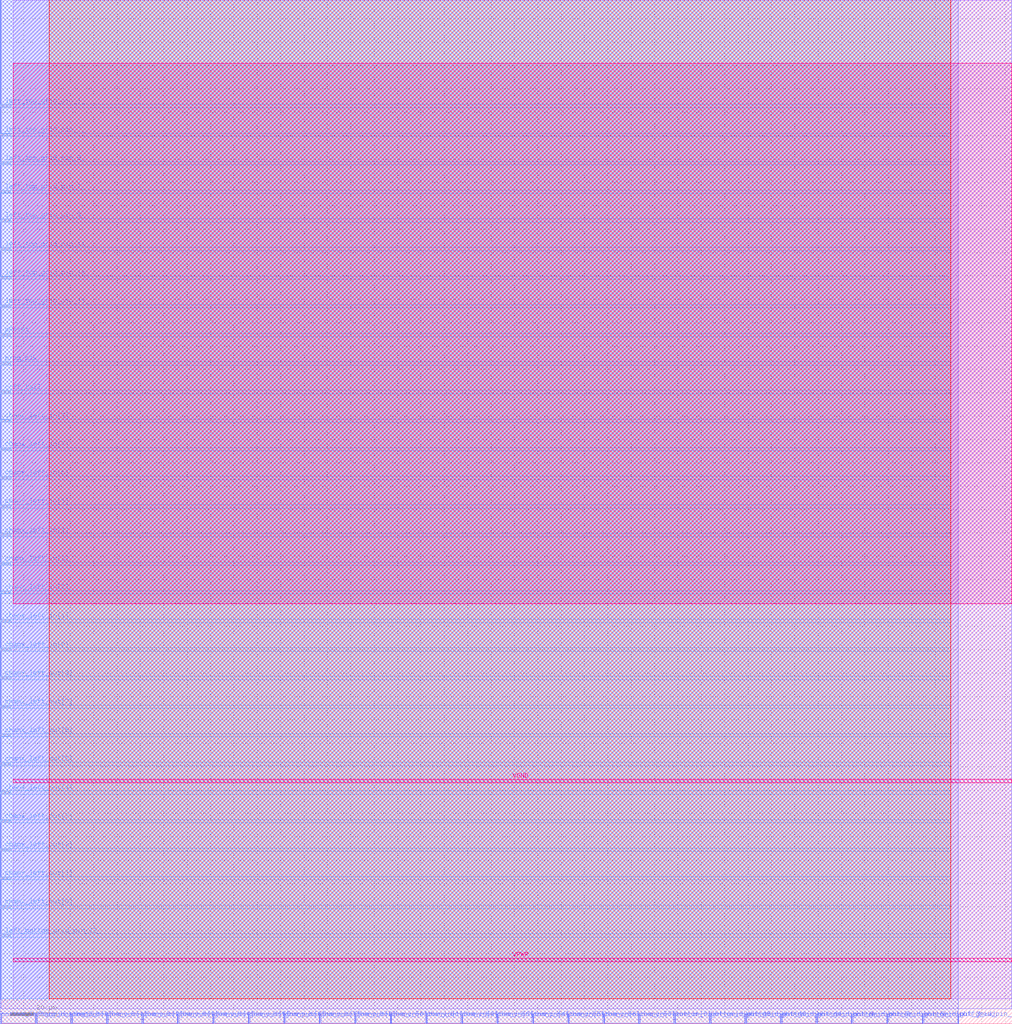
<source format=lef>
VERSION 5.7 ;
  NAMESCASESENSITIVE ON ;
  NOWIREEXTENSIONATPIN ON ;
  DIVIDERCHAR "/" ;
  BUSBITCHARS "[]" ;
UNITS
  DATABASE MICRONS 200 ;
END UNITS

MACRO sb_3__3_
  CLASS BLOCK ;
  FOREIGN sb_3__3_ ;
  ORIGIN 0.000 0.000 ;
  SIZE 433.050 BY 438.160 ;
  PIN left_bottom_grid_pin_12_
    DIRECTION INPUT ;
    PORT
      LAYER met3 ;
        RECT 0.000 37.440 4.000 38.040 ;
    END
  END left_bottom_grid_pin_12_
  PIN chanx_left_out[0]
    DIRECTION OUTPUT TRISTATE ;
    PORT
      LAYER met3 ;
        RECT 0.000 49.680 4.000 50.280 ;
    END
  END chanx_left_out[0]
  PIN chanx_left_out[1]
    DIRECTION OUTPUT TRISTATE ;
    PORT
      LAYER met3 ;
        RECT 0.000 61.920 4.000 62.520 ;
    END
  END chanx_left_out[1]
  PIN chanx_left_out[2]
    DIRECTION OUTPUT TRISTATE ;
    PORT
      LAYER met3 ;
        RECT 0.000 74.160 4.000 74.760 ;
    END
  END chanx_left_out[2]
  PIN chanx_left_out[3]
    DIRECTION OUTPUT TRISTATE ;
    PORT
      LAYER met3 ;
        RECT 0.000 86.400 4.000 87.000 ;
    END
  END chanx_left_out[3]
  PIN chanx_left_out[4]
    DIRECTION OUTPUT TRISTATE ;
    PORT
      LAYER met3 ;
        RECT 0.000 98.640 4.000 99.240 ;
    END
  END chanx_left_out[4]
  PIN chanx_left_out[5]
    DIRECTION OUTPUT TRISTATE ;
    PORT
      LAYER met3 ;
        RECT 0.000 110.880 4.000 111.480 ;
    END
  END chanx_left_out[5]
  PIN chanx_left_out[6]
    DIRECTION OUTPUT TRISTATE ;
    PORT
      LAYER met3 ;
        RECT 0.000 123.120 4.000 123.720 ;
    END
  END chanx_left_out[6]
  PIN chanx_left_out[7]
    DIRECTION OUTPUT TRISTATE ;
    PORT
      LAYER met3 ;
        RECT 0.000 135.360 4.000 135.960 ;
    END
  END chanx_left_out[7]
  PIN chanx_left_out[8]
    DIRECTION OUTPUT TRISTATE ;
    PORT
      LAYER met3 ;
        RECT 0.000 147.600 4.000 148.200 ;
    END
  END chanx_left_out[8]
  PIN chanx_left_in[0]
    DIRECTION INPUT ;
    PORT
      LAYER met3 ;
        RECT 0.000 159.840 4.000 160.440 ;
    END
  END chanx_left_in[0]
  PIN chanx_left_in[1]
    DIRECTION INPUT ;
    PORT
      LAYER met3 ;
        RECT 0.000 172.080 4.000 172.680 ;
    END
  END chanx_left_in[1]
  PIN chanx_left_in[2]
    DIRECTION INPUT ;
    PORT
      LAYER met3 ;
        RECT 0.000 184.320 4.000 184.920 ;
    END
  END chanx_left_in[2]
  PIN chanx_left_in[3]
    DIRECTION INPUT ;
    PORT
      LAYER met3 ;
        RECT 0.000 196.560 4.000 197.160 ;
    END
  END chanx_left_in[3]
  PIN chanx_left_in[4]
    DIRECTION INPUT ;
    PORT
      LAYER met3 ;
        RECT 0.000 208.800 4.000 209.400 ;
    END
  END chanx_left_in[4]
  PIN chanx_left_in[5]
    DIRECTION INPUT ;
    PORT
      LAYER met3 ;
        RECT 0.000 221.040 4.000 221.640 ;
    END
  END chanx_left_in[5]
  PIN chanx_left_in[6]
    DIRECTION INPUT ;
    PORT
      LAYER met3 ;
        RECT 0.000 233.280 4.000 233.880 ;
    END
  END chanx_left_in[6]
  PIN chanx_left_in[7]
    DIRECTION INPUT ;
    PORT
      LAYER met3 ;
        RECT 0.000 245.520 4.000 246.120 ;
    END
  END chanx_left_in[7]
  PIN chanx_left_in[8]
    DIRECTION INPUT ;
    PORT
      LAYER met3 ;
        RECT 0.000 257.760 4.000 258.360 ;
    END
  END chanx_left_in[8]
  PIN ccff_tail
    DIRECTION OUTPUT TRISTATE ;
    PORT
      LAYER met3 ;
        RECT 0.000 270.000 4.000 270.600 ;
    END
  END ccff_tail
  PIN prog_clk
    DIRECTION INPUT ;
    PORT
      LAYER met3 ;
        RECT 0.000 282.240 4.000 282.840 ;
    END
  END prog_clk
  PIN pReset
    DIRECTION INPUT ;
    PORT
      LAYER met3 ;
        RECT 0.000 294.480 4.000 295.080 ;
    END
  END pReset
  PIN left_top_grid_pin_15_
    DIRECTION INPUT ;
    PORT
      LAYER met3 ;
        RECT 0.000 306.720 4.000 307.320 ;
    END
  END left_top_grid_pin_15_
  PIN left_top_grid_pin_13_
    DIRECTION INPUT ;
    PORT
      LAYER met3 ;
        RECT 0.000 318.960 4.000 319.560 ;
    END
  END left_top_grid_pin_13_
  PIN left_top_grid_pin_11_
    DIRECTION INPUT ;
    PORT
      LAYER met3 ;
        RECT 0.000 331.200 4.000 331.800 ;
    END
  END left_top_grid_pin_11_
  PIN left_top_grid_pin_9_
    DIRECTION INPUT ;
    PORT
      LAYER met3 ;
        RECT 0.000 343.440 4.000 344.040 ;
    END
  END left_top_grid_pin_9_
  PIN left_top_grid_pin_7_
    DIRECTION INPUT ;
    PORT
      LAYER met3 ;
        RECT 0.000 355.680 4.000 356.280 ;
    END
  END left_top_grid_pin_7_
  PIN left_top_grid_pin_5_
    DIRECTION INPUT ;
    PORT
      LAYER met3 ;
        RECT 0.000 367.920 4.000 368.520 ;
    END
  END left_top_grid_pin_5_
  PIN left_top_grid_pin_3_
    DIRECTION INPUT ;
    PORT
      LAYER met3 ;
        RECT 0.000 380.160 4.000 380.760 ;
    END
  END left_top_grid_pin_3_
  PIN left_top_grid_pin_1_
    DIRECTION INPUT ;
    PORT
      LAYER met3 ;
        RECT 0.000 392.400 4.000 393.000 ;
    END
  END left_top_grid_pin_1_
  PIN bottom_left_grid_pin_13_
    DIRECTION INPUT ;
    PORT
      LAYER met2 ;
        RECT 0.090 0.000 0.370 4.000 ;
    END
  END bottom_left_grid_pin_13_
  PIN chany_bottom_out[0]
    DIRECTION OUTPUT TRISTATE ;
    PORT
      LAYER met2 ;
        RECT 15.270 0.000 15.550 4.000 ;
    END
  END chany_bottom_out[0]
  PIN chany_bottom_out[1]
    DIRECTION OUTPUT TRISTATE ;
    PORT
      LAYER met2 ;
        RECT 30.450 0.000 30.730 4.000 ;
    END
  END chany_bottom_out[1]
  PIN chany_bottom_out[2]
    DIRECTION OUTPUT TRISTATE ;
    PORT
      LAYER met2 ;
        RECT 45.630 0.000 45.910 4.000 ;
    END
  END chany_bottom_out[2]
  PIN chany_bottom_out[3]
    DIRECTION OUTPUT TRISTATE ;
    PORT
      LAYER met2 ;
        RECT 60.810 0.000 61.090 4.000 ;
    END
  END chany_bottom_out[3]
  PIN chany_bottom_out[4]
    DIRECTION OUTPUT TRISTATE ;
    PORT
      LAYER met2 ;
        RECT 75.990 0.000 76.270 4.000 ;
    END
  END chany_bottom_out[4]
  PIN chany_bottom_out[5]
    DIRECTION OUTPUT TRISTATE ;
    PORT
      LAYER met2 ;
        RECT 91.170 0.000 91.450 4.000 ;
    END
  END chany_bottom_out[5]
  PIN chany_bottom_out[6]
    DIRECTION OUTPUT TRISTATE ;
    PORT
      LAYER met2 ;
        RECT 106.350 0.000 106.630 4.000 ;
    END
  END chany_bottom_out[6]
  PIN chany_bottom_out[7]
    DIRECTION OUTPUT TRISTATE ;
    PORT
      LAYER met2 ;
        RECT 121.530 0.000 121.810 4.000 ;
    END
  END chany_bottom_out[7]
  PIN chany_bottom_out[8]
    DIRECTION OUTPUT TRISTATE ;
    PORT
      LAYER met2 ;
        RECT 136.710 0.000 136.990 4.000 ;
    END
  END chany_bottom_out[8]
  PIN chany_bottom_in[0]
    DIRECTION INPUT ;
    PORT
      LAYER met2 ;
        RECT 151.890 0.000 152.170 4.000 ;
    END
  END chany_bottom_in[0]
  PIN chany_bottom_in[1]
    DIRECTION INPUT ;
    PORT
      LAYER met2 ;
        RECT 167.070 0.000 167.350 4.000 ;
    END
  END chany_bottom_in[1]
  PIN chany_bottom_in[2]
    DIRECTION INPUT ;
    PORT
      LAYER met2 ;
        RECT 182.250 0.000 182.530 4.000 ;
    END
  END chany_bottom_in[2]
  PIN chany_bottom_in[3]
    DIRECTION INPUT ;
    PORT
      LAYER met2 ;
        RECT 197.430 0.000 197.710 4.000 ;
    END
  END chany_bottom_in[3]
  PIN chany_bottom_in[4]
    DIRECTION INPUT ;
    PORT
      LAYER met2 ;
        RECT 212.610 0.000 212.890 4.000 ;
    END
  END chany_bottom_in[4]
  PIN chany_bottom_in[5]
    DIRECTION INPUT ;
    PORT
      LAYER met2 ;
        RECT 227.790 0.000 228.070 4.000 ;
    END
  END chany_bottom_in[5]
  PIN chany_bottom_in[6]
    DIRECTION INPUT ;
    PORT
      LAYER met2 ;
        RECT 242.970 0.000 243.250 4.000 ;
    END
  END chany_bottom_in[6]
  PIN chany_bottom_in[7]
    DIRECTION INPUT ;
    PORT
      LAYER met2 ;
        RECT 258.150 0.000 258.430 4.000 ;
    END
  END chany_bottom_in[7]
  PIN chany_bottom_in[8]
    DIRECTION INPUT ;
    PORT
      LAYER met2 ;
        RECT 273.330 0.000 273.610 4.000 ;
    END
  END chany_bottom_in[8]
  PIN bottom_right_grid_pin_15_
    DIRECTION INPUT ;
    PORT
      LAYER met2 ;
        RECT 288.510 0.000 288.790 4.000 ;
    END
  END bottom_right_grid_pin_15_
  PIN bottom_right_grid_pin_13_
    DIRECTION INPUT ;
    PORT
      LAYER met2 ;
        RECT 303.690 0.000 303.970 4.000 ;
    END
  END bottom_right_grid_pin_13_
  PIN bottom_right_grid_pin_11_
    DIRECTION INPUT ;
    PORT
      LAYER met2 ;
        RECT 318.870 0.000 319.150 4.000 ;
    END
  END bottom_right_grid_pin_11_
  PIN bottom_right_grid_pin_9_
    DIRECTION INPUT ;
    PORT
      LAYER met2 ;
        RECT 334.050 0.000 334.330 4.000 ;
    END
  END bottom_right_grid_pin_9_
  PIN bottom_right_grid_pin_7_
    DIRECTION INPUT ;
    PORT
      LAYER met2 ;
        RECT 349.230 0.000 349.510 4.000 ;
    END
  END bottom_right_grid_pin_7_
  PIN bottom_right_grid_pin_5_
    DIRECTION INPUT ;
    PORT
      LAYER met2 ;
        RECT 364.410 0.000 364.690 4.000 ;
    END
  END bottom_right_grid_pin_5_
  PIN bottom_right_grid_pin_3_
    DIRECTION INPUT ;
    PORT
      LAYER met2 ;
        RECT 379.590 0.000 379.870 4.000 ;
    END
  END bottom_right_grid_pin_3_
  PIN bottom_right_grid_pin_1_
    DIRECTION INPUT ;
    PORT
      LAYER met2 ;
        RECT 394.770 0.000 395.050 4.000 ;
    END
  END bottom_right_grid_pin_1_
  PIN ccff_head
    DIRECTION INPUT ;
    PORT
      LAYER met2 ;
        RECT 409.950 0.000 410.230 4.000 ;
    END
  END ccff_head
  PIN VPWR
    DIRECTION INPUT ;
    USE POWER ;
    PORT
      LAYER met5 ;
        RECT 5.520 26.490 432.860 28.090 ;
    END
  END VPWR
  PIN VGND
    DIRECTION INPUT ;
    USE GROUND ;
    PORT
      LAYER met5 ;
        RECT 5.520 103.080 432.860 104.680 ;
    END
  END VGND
  OBS
      LAYER li1 ;
        RECT 5.520 10.795 432.860 438.005 ;
      LAYER met1 ;
        RECT 0.530 6.500 432.860 438.160 ;
      LAYER met2 ;
        RECT 0.090 4.280 409.950 438.160 ;
        RECT 0.650 0.270 14.990 4.280 ;
        RECT 15.830 0.270 30.170 4.280 ;
        RECT 31.010 0.270 45.350 4.280 ;
        RECT 46.190 0.270 60.530 4.280 ;
        RECT 61.370 0.270 75.710 4.280 ;
        RECT 76.550 0.270 90.890 4.280 ;
        RECT 91.730 0.270 106.070 4.280 ;
        RECT 106.910 0.270 121.250 4.280 ;
        RECT 122.090 0.270 136.430 4.280 ;
        RECT 137.270 0.270 151.610 4.280 ;
        RECT 152.450 0.270 166.790 4.280 ;
        RECT 167.630 0.270 181.970 4.280 ;
        RECT 182.810 0.270 197.150 4.280 ;
        RECT 197.990 0.270 212.330 4.280 ;
        RECT 213.170 0.270 227.510 4.280 ;
        RECT 228.350 0.270 242.690 4.280 ;
        RECT 243.530 0.270 257.870 4.280 ;
        RECT 258.710 0.270 273.050 4.280 ;
        RECT 273.890 0.270 288.230 4.280 ;
        RECT 289.070 0.270 303.410 4.280 ;
        RECT 304.250 0.270 318.590 4.280 ;
        RECT 319.430 0.270 333.770 4.280 ;
        RECT 334.610 0.270 348.950 4.280 ;
        RECT 349.790 0.270 364.130 4.280 ;
        RECT 364.970 0.270 379.310 4.280 ;
        RECT 380.150 0.270 394.490 4.280 ;
        RECT 395.330 0.270 409.670 4.280 ;
      LAYER met3 ;
        RECT 0.310 393.400 406.640 438.085 ;
        RECT 4.400 392.000 406.640 393.400 ;
        RECT 0.310 381.160 406.640 392.000 ;
        RECT 4.400 379.760 406.640 381.160 ;
        RECT 0.310 368.920 406.640 379.760 ;
        RECT 4.400 367.520 406.640 368.920 ;
        RECT 0.310 356.680 406.640 367.520 ;
        RECT 4.400 355.280 406.640 356.680 ;
        RECT 0.310 344.440 406.640 355.280 ;
        RECT 4.400 343.040 406.640 344.440 ;
        RECT 0.310 332.200 406.640 343.040 ;
        RECT 4.400 330.800 406.640 332.200 ;
        RECT 0.310 319.960 406.640 330.800 ;
        RECT 4.400 318.560 406.640 319.960 ;
        RECT 0.310 307.720 406.640 318.560 ;
        RECT 4.400 306.320 406.640 307.720 ;
        RECT 0.310 295.480 406.640 306.320 ;
        RECT 4.400 294.080 406.640 295.480 ;
        RECT 0.310 283.240 406.640 294.080 ;
        RECT 4.400 281.840 406.640 283.240 ;
        RECT 0.310 271.000 406.640 281.840 ;
        RECT 4.400 269.600 406.640 271.000 ;
        RECT 0.310 258.760 406.640 269.600 ;
        RECT 4.400 257.360 406.640 258.760 ;
        RECT 0.310 246.520 406.640 257.360 ;
        RECT 4.400 245.120 406.640 246.520 ;
        RECT 0.310 234.280 406.640 245.120 ;
        RECT 4.400 232.880 406.640 234.280 ;
        RECT 0.310 222.040 406.640 232.880 ;
        RECT 4.400 220.640 406.640 222.040 ;
        RECT 0.310 209.800 406.640 220.640 ;
        RECT 4.400 208.400 406.640 209.800 ;
        RECT 0.310 197.560 406.640 208.400 ;
        RECT 4.400 196.160 406.640 197.560 ;
        RECT 0.310 185.320 406.640 196.160 ;
        RECT 4.400 183.920 406.640 185.320 ;
        RECT 0.310 173.080 406.640 183.920 ;
        RECT 4.400 171.680 406.640 173.080 ;
        RECT 0.310 160.840 406.640 171.680 ;
        RECT 4.400 159.440 406.640 160.840 ;
        RECT 0.310 148.600 406.640 159.440 ;
        RECT 4.400 147.200 406.640 148.600 ;
        RECT 0.310 136.360 406.640 147.200 ;
        RECT 4.400 134.960 406.640 136.360 ;
        RECT 0.310 124.120 406.640 134.960 ;
        RECT 4.400 122.720 406.640 124.120 ;
        RECT 0.310 111.880 406.640 122.720 ;
        RECT 4.400 110.480 406.640 111.880 ;
        RECT 0.310 99.640 406.640 110.480 ;
        RECT 4.400 98.240 406.640 99.640 ;
        RECT 0.310 87.400 406.640 98.240 ;
        RECT 4.400 86.000 406.640 87.400 ;
        RECT 0.310 75.160 406.640 86.000 ;
        RECT 4.400 73.760 406.640 75.160 ;
        RECT 0.310 62.920 406.640 73.760 ;
        RECT 4.400 61.520 406.640 62.920 ;
        RECT 0.310 50.680 406.640 61.520 ;
        RECT 4.400 49.280 406.640 50.680 ;
        RECT 0.310 38.440 406.640 49.280 ;
        RECT 4.400 37.040 406.640 38.440 ;
        RECT 0.310 10.715 406.640 37.040 ;
      LAYER met4 ;
        RECT 21.040 10.640 406.640 438.160 ;
      LAYER met5 ;
        RECT 5.520 179.670 432.860 411.040 ;
  END
END sb_3__3_
END LIBRARY


</source>
